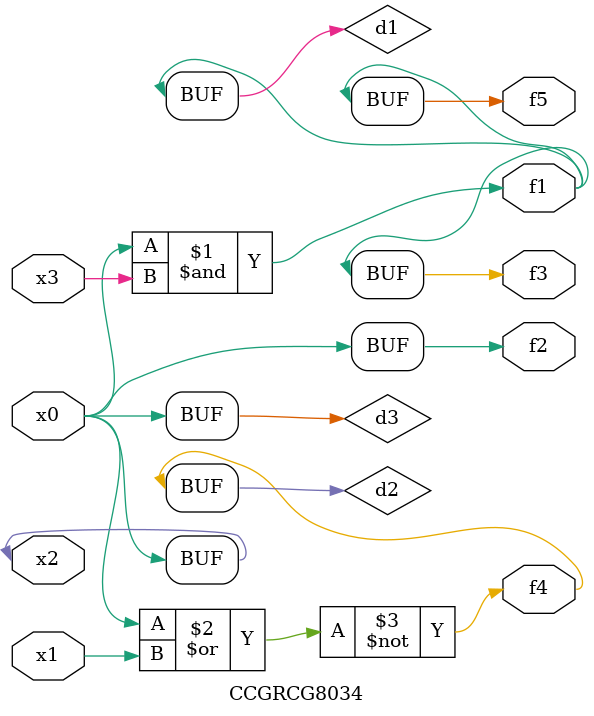
<source format=v>
module CCGRCG8034(
	input x0, x1, x2, x3,
	output f1, f2, f3, f4, f5
);

	wire d1, d2, d3;

	and (d1, x2, x3);
	nor (d2, x0, x1);
	buf (d3, x0, x2);
	assign f1 = d1;
	assign f2 = d3;
	assign f3 = d1;
	assign f4 = d2;
	assign f5 = d1;
endmodule

</source>
